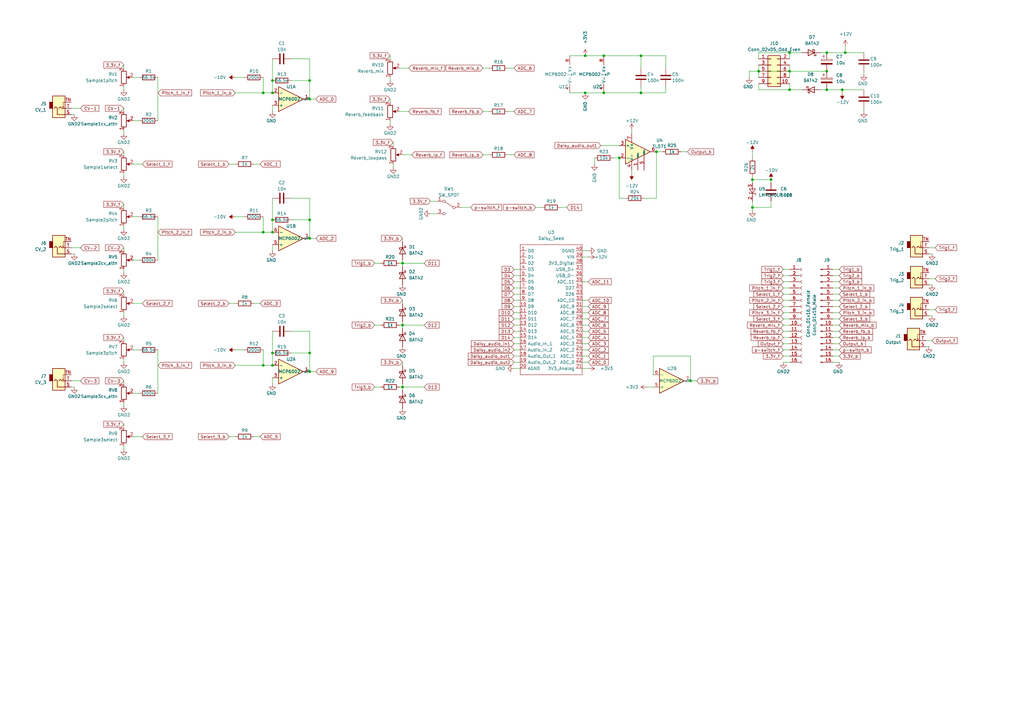
<source format=kicad_sch>
(kicad_sch (version 20211123) (generator eeschema)
  (paper "A3")
  (title_block (title "Euro Tomboi") (rev "1.1") (company "Krakenpine"))
  (junction (at 311.15 29.21))
  (junction (at 127 90.17))
  (junction (at 240.03 38.1))
  (junction (at 308.61 85.09))
  (junction (at 247.65 22.86))
  (junction (at 240.03 22.86))
  (junction (at 127 33.02))
  (junction (at 111.76 33.02))
  (junction (at 254 64.77))
  (junction (at 111.76 149.86))
  (junction (at 165.1 158.75))
  (junction (at 107.95 95.25))
  (junction (at 165.1 133.35))
  (junction (at 127 144.78))
  (junction (at 111.76 95.25))
  (junction (at 262.89 22.86))
  (junction (at 107.95 149.86))
  (junction (at 308.61 73.66))
  (junction (at 127 152.4))
  (junction (at 262.89 38.1))
  (junction (at 111.76 144.78))
  (junction (at 345.44 36.83))
  (junction (at 111.76 90.17))
  (junction (at 323.85 29.21))
  (junction (at 127 40.64))
  (junction (at 165.1 107.95))
  (junction (at 323.85 36.83))
  (junction (at 283.21 156.21))
  (junction (at 316.23 73.66))
  (junction (at 247.65 38.1))
  (junction (at 107.95 38.1))
  (junction (at 127 97.79))
  (junction (at 339.09 36.83))
  (junction (at 111.76 38.1))
  (junction (at 323.85 21.59))
  (junction (at 339.09 21.59))
  (junction (at 339.09 29.21))
  (junction (at 269.24 62.23))
  (junction (at 346.71 21.59))
  (wire (pts (xy 111.76 33.02) (xy 111.76 38.1)))
  (wire (pts (xy 379.73 139.7) (xy 382.27 139.7)))
  (wire (pts (xy 54.61 143.51) (xy 57.15 143.51)))
  (wire (pts (xy 111.76 43.18) (xy 111.76 45.72)))
  (wire (pts (xy 229.87 85.09) (xy 232.41 85.09)))
  (wire (pts (xy 165.1 106.68) (xy 165.1 107.95)))
  (wire (pts (xy 238.76 138.43) (xy 241.3 138.43)))
  (wire (pts (xy 54.61 88.9) (xy 57.15 88.9)))
  (wire (pts (xy 176.53 87.63) (xy 179.07 87.63)))
  (wire (pts (xy 50.8 147.32) (xy 50.8 148.59)))
  (wire (pts (xy 29.21 44.45) (xy 33.02 44.45)))
  (wire (pts (xy 210.82 140.97) (xy 213.36 140.97)))
  (wire (pts (xy 308.61 73.66) (xy 316.23 73.66)))
  (wire (pts (xy 165.1 148.59) (xy 165.1 149.86)))
  (wire (pts (xy 50.8 53.34) (xy 50.8 54.61)))
  (wire (pts (xy 345.44 36.83) (xy 354.33 36.83)))
  (wire (pts (xy 163.83 27.94) (xy 167.64 27.94)))
  (wire (pts (xy 50.8 110.49) (xy 50.8 111.76)))
  (wire (pts (xy 111.76 154.94) (xy 111.76 157.48)))
  (wire (pts (xy 311.15 29.21) (xy 307.34 29.21)))
  (wire (pts (xy 238.76 143.51) (xy 241.3 143.51)))
  (wire (pts (xy 210.82 120.65) (xy 213.36 120.65)))
  (wire (pts (xy 163.83 107.95) (xy 165.1 107.95)))
  (wire (pts (xy 316.23 73.66) (xy 316.23 74.93)))
  (wire (pts (xy 311.15 24.13) (xy 311.15 21.59)))
  (wire (pts (xy 127 40.64) (xy 129.54 40.64)))
  (wire (pts (xy 269.24 62.23) (xy 271.78 62.23)))
  (wire (pts (xy 321.31 113.03) (xy 323.85 113.03)))
  (wire (pts (xy 267.97 146.05) (xy 283.21 146.05)))
  (wire (pts (xy 321.31 146.05) (xy 323.85 146.05)))
  (wire (pts (xy 267.97 153.67) (xy 267.97 146.05)))
  (wire (pts (xy 346.71 21.59) (xy 354.33 21.59)))
  (wire (pts (xy 119.38 81.28) (xy 127 81.28)))
  (wire (pts (xy 29.21 156.21) (xy 33.02 156.21)))
  (wire (pts (xy 64.77 143.51) (xy 64.77 161.29)))
  (wire (pts (xy 160.02 31.75) (xy 160.02 33.02)))
  (wire (pts (xy 311.15 29.21) (xy 323.85 29.21)))
  (wire (pts (xy 50.8 138.43) (xy 50.8 139.7)))
  (wire (pts (xy 210.82 118.11) (xy 213.36 118.11)))
  (wire (pts (xy 127 97.79) (xy 129.54 97.79)))
  (wire (pts (xy 344.17 118.11) (xy 341.63 118.11)))
  (wire (pts (xy 265.43 158.75) (xy 267.97 158.75)))
  (wire (pts (xy 210.82 151.13) (xy 213.36 151.13)))
  (wire (pts (xy 165.1 63.5) (xy 168.91 63.5)))
  (wire (pts (xy 321.31 118.11) (xy 323.85 118.11)))
  (wire (pts (xy 160.02 49.53) (xy 160.02 50.8)))
  (wire (pts (xy 308.61 82.55) (xy 308.61 85.09)))
  (wire (pts (xy 165.1 133.35) (xy 165.1 134.62)))
  (wire (pts (xy 345.44 38.1) (xy 345.44 36.83)))
  (wire (pts (xy 262.89 35.56) (xy 262.89 38.1)))
  (wire (pts (xy 344.17 138.43) (xy 341.63 138.43)))
  (wire (pts (xy 165.1 97.79) (xy 165.1 99.06)))
  (wire (pts (xy 273.05 27.94) (xy 273.05 22.86)))
  (wire (pts (xy 273.05 22.86) (xy 262.89 22.86)))
  (wire (pts (xy 208.28 27.94) (xy 210.82 27.94)))
  (wire (pts (xy 308.61 62.23) (xy 308.61 64.77)))
  (wire (pts (xy 240.03 22.86) (xy 247.65 22.86)))
  (wire (pts (xy 308.61 73.66) (xy 308.61 74.93)))
  (wire (pts (xy 107.95 88.9) (xy 107.95 95.25)))
  (wire (pts (xy 111.76 144.78) (xy 111.76 149.86)))
  (wire (pts (xy 119.38 24.13) (xy 127 24.13)))
  (wire (pts (xy 262.89 22.86) (xy 262.89 27.94)))
  (wire (pts (xy 107.95 31.75) (xy 107.95 38.1)))
  (wire (pts (xy 198.12 63.5) (xy 200.66 63.5)))
  (wire (pts (xy 238.76 105.41) (xy 241.3 105.41)))
  (wire (pts (xy 262.89 38.1) (xy 273.05 38.1)))
  (wire (pts (xy 321.31 110.49) (xy 323.85 110.49)))
  (wire (pts (xy 107.95 38.1) (xy 111.76 38.1)))
  (wire (pts (xy 50.8 83.82) (xy 50.8 85.09)))
  (wire (pts (xy 323.85 29.21) (xy 323.85 31.75)))
  (wire (pts (xy 321.31 135.89) (xy 323.85 135.89)))
  (wire (pts (xy 321.31 138.43) (xy 323.85 138.43)))
  (wire (pts (xy 29.21 104.14) (xy 30.48 104.14)))
  (wire (pts (xy 238.76 128.27) (xy 241.3 128.27)))
  (wire (pts (xy 163.83 158.75) (xy 165.1 158.75)))
  (wire (pts (xy 29.21 46.99) (xy 30.48 46.99)))
  (wire (pts (xy 238.76 151.13) (xy 241.3 151.13)))
  (wire (pts (xy 50.8 35.56) (xy 50.8 36.83)))
  (wire (pts (xy 336.55 21.59) (xy 339.09 21.59)))
  (wire (pts (xy 107.95 95.25) (xy 111.76 95.25)))
  (wire (pts (xy 165.1 158.75) (xy 165.1 160.02)))
  (wire (pts (xy 111.76 100.33) (xy 111.76 102.87)))
  (wire (pts (xy 381 116.84) (xy 382.27 116.84)))
  (wire (pts (xy 50.8 101.6) (xy 50.8 102.87)))
  (wire (pts (xy 29.21 158.75) (xy 30.48 158.75)))
  (wire (pts (xy 344.17 148.59) (xy 341.63 148.59)))
  (wire (pts (xy 311.15 26.67) (xy 311.15 29.21)))
  (wire (pts (xy 210.82 148.59) (xy 213.36 148.59)))
  (wire (pts (xy 283.21 156.21) (xy 285.75 156.21)))
  (wire (pts (xy 321.31 120.65) (xy 323.85 120.65)))
  (wire (pts (xy 321.31 128.27) (xy 323.85 128.27)))
  (wire (pts (xy 321.31 133.35) (xy 323.85 133.35)))
  (wire (pts (xy 127 81.28) (xy 127 90.17)))
  (wire (pts (xy 311.15 36.83) (xy 323.85 36.83)))
  (wire (pts (xy 323.85 21.59) (xy 323.85 24.13)))
  (wire (pts (xy 238.76 115.57) (xy 241.3 115.57)))
  (wire (pts (xy 323.85 29.21) (xy 339.09 29.21)))
  (wire (pts (xy 127 90.17) (xy 127 97.79)))
  (wire (pts (xy 50.8 173.99) (xy 50.8 175.26)))
  (wire (pts (xy 321.31 140.97) (xy 323.85 140.97)))
  (wire (pts (xy 50.8 119.38) (xy 50.8 120.65)))
  (wire (pts (xy 165.1 157.48) (xy 165.1 158.75)))
  (wire (pts (xy 283.21 146.05) (xy 283.21 156.21)))
  (wire (pts (xy 119.38 90.17) (xy 127 90.17)))
  (wire (pts (xy 321.31 115.57) (xy 323.85 115.57)))
  (wire (pts (xy 153.67 107.95) (xy 156.21 107.95)))
  (wire (pts (xy 163.83 45.72) (xy 167.64 45.72)))
  (wire (pts (xy 54.61 31.75) (xy 57.15 31.75)))
  (wire (pts (xy 127 33.02) (xy 127 40.64)))
  (wire (pts (xy 354.33 29.21) (xy 354.33 30.48)))
  (wire (pts (xy 336.55 36.83) (xy 339.09 36.83)))
  (wire (pts (xy 210.82 128.27) (xy 213.36 128.27)))
  (wire (pts (xy 316.23 85.09) (xy 308.61 85.09)))
  (wire (pts (xy 344.17 123.19) (xy 341.63 123.19)))
  (wire (pts (xy 165.1 107.95) (xy 165.1 109.22)))
  (wire (pts (xy 247.65 38.1) (xy 262.89 38.1)))
  (wire (pts (xy 210.82 143.51) (xy 213.36 143.51)))
  (wire (pts (xy 93.98 67.31) (xy 96.52 67.31)))
  (wire (pts (xy 64.77 31.75) (xy 64.77 49.53)))
  (wire (pts (xy 344.17 113.03) (xy 341.63 113.03)))
  (wire (pts (xy 308.61 72.39) (xy 308.61 73.66)))
  (wire (pts (xy 344.17 130.81) (xy 341.63 130.81)))
  (wire (pts (xy 311.15 21.59) (xy 323.85 21.59)))
  (wire (pts (xy 238.76 102.87) (xy 241.3 102.87)))
  (wire (pts (xy 233.68 38.1) (xy 240.03 38.1)))
  (wire (pts (xy 344.17 115.57) (xy 341.63 115.57)))
  (wire (pts (xy 127 144.78) (xy 127 152.4)))
  (wire (pts (xy 238.76 125.73) (xy 241.3 125.73)))
  (wire (pts (xy 339.09 21.59) (xy 346.71 21.59)))
  (wire (pts (xy 198.12 45.72) (xy 200.66 45.72)))
  (wire (pts (xy 50.8 128.27) (xy 50.8 129.54)))
  (wire (pts (xy 323.85 36.83) (xy 328.93 36.83)))
  (wire (pts (xy 119.38 144.78) (xy 127 144.78)))
  (wire (pts (xy 339.09 36.83) (xy 345.44 36.83)))
  (wire (pts (xy 238.76 133.35) (xy 241.3 133.35)))
  (wire (pts (xy 269.24 81.28) (xy 264.16 81.28)))
  (wire (pts (xy 311.15 34.29) (xy 311.15 36.83)))
  (wire (pts (xy 321.31 125.73) (xy 323.85 125.73)))
  (wire (pts (xy 153.67 133.35) (xy 156.21 133.35)))
  (wire (pts (xy 344.17 135.89) (xy 341.63 135.89)))
  (wire (pts (xy 259.08 53.34) (xy 259.08 54.61)))
  (wire (pts (xy 208.28 45.72) (xy 210.82 45.72)))
  (wire (pts (xy 238.76 130.81) (xy 241.3 130.81)))
  (wire (pts (xy 251.46 64.77) (xy 254 64.77)))
  (wire (pts (xy 96.52 31.75) (xy 100.33 31.75)))
  (wire (pts (xy 96.52 88.9) (xy 100.33 88.9)))
  (wire (pts (xy 321.31 148.59) (xy 323.85 148.59)))
  (wire (pts (xy 233.68 22.86) (xy 240.03 22.86)))
  (wire (pts (xy 381 104.14) (xy 382.27 104.14)))
  (wire (pts (xy 307.34 29.21) (xy 307.34 31.75)))
  (wire (pts (xy 210.82 135.89) (xy 213.36 135.89)))
  (wire (pts (xy 346.71 19.05) (xy 346.71 21.59)))
  (wire (pts (xy 323.85 34.29) (xy 323.85 36.83)))
  (wire (pts (xy 344.17 128.27) (xy 341.63 128.27)))
  (wire (pts (xy 54.61 124.46) (xy 58.42 124.46)))
  (wire (pts (xy 111.76 24.13) (xy 111.76 33.02)))
  (wire (pts (xy 119.38 33.02) (xy 127 33.02)))
  (wire (pts (xy 240.03 38.1) (xy 247.65 38.1)))
  (wire (pts (xy 64.77 88.9) (xy 64.77 106.68)))
  (wire (pts (xy 323.85 21.59) (xy 328.93 21.59)))
  (wire (pts (xy 165.1 133.35) (xy 173.99 133.35)))
  (wire (pts (xy 238.76 140.97) (xy 241.3 140.97)))
  (wire (pts (xy 238.76 135.89) (xy 241.3 135.89)))
  (wire (pts (xy 93.98 124.46) (xy 96.52 124.46)))
  (wire (pts (xy 198.12 27.94) (xy 200.66 27.94)))
  (wire (pts (xy 344.17 125.73) (xy 341.63 125.73)))
  (wire (pts (xy 96.52 149.86) (xy 107.95 149.86)))
  (wire (pts (xy 50.8 165.1) (xy 50.8 166.37)))
  (wire (pts (xy 247.65 22.86) (xy 262.89 22.86)))
  (wire (pts (xy 96.52 143.51) (xy 100.33 143.51)))
  (wire (pts (xy 279.4 62.23) (xy 281.94 62.23)))
  (wire (pts (xy 210.82 130.81) (xy 213.36 130.81)))
  (wire (pts (xy 127 24.13) (xy 127 33.02)))
  (wire (pts (xy 161.29 58.42) (xy 161.29 59.69)))
  (wire (pts (xy 344.17 140.97) (xy 341.63 140.97)))
  (wire (pts (xy 111.76 81.28) (xy 111.76 90.17)))
  (wire (pts (xy 238.76 123.19) (xy 241.3 123.19)))
  (wire (pts (xy 50.8 182.88) (xy 50.8 184.15)))
  (wire (pts (xy 311.15 29.21) (xy 311.15 31.75)))
  (wire (pts (xy 344.17 143.51) (xy 341.63 143.51)))
  (wire (pts (xy 246.38 59.69) (xy 254 59.69)))
  (wire (pts (xy 50.8 26.67) (xy 50.8 27.94)))
  (wire (pts (xy 96.52 95.25) (xy 107.95 95.25)))
  (wire (pts (xy 243.84 64.77) (xy 243.84 67.31)))
  (wire (pts (xy 50.8 71.12) (xy 50.8 72.39)))
  (wire (pts (xy 54.61 106.68) (xy 57.15 106.68)))
  (wire (pts (xy 50.8 156.21) (xy 50.8 157.48)))
  (wire (pts (xy 54.61 49.53) (xy 57.15 49.53)))
  (wire (pts (xy 254 64.77) (xy 254 81.28)))
  (wire (pts (xy 176.53 82.55) (xy 179.07 82.55)))
  (wire (pts (xy 54.61 161.29) (xy 57.15 161.29)))
  (wire (pts (xy 219.71 85.09) (xy 222.25 85.09)))
  (wire (pts (xy 54.61 179.07) (xy 58.42 179.07)))
  (wire (pts (xy 104.14 179.07) (xy 106.68 179.07)))
  (wire (pts (xy 321.31 130.81) (xy 323.85 130.81)))
  (wire (pts (xy 210.82 146.05) (xy 213.36 146.05)))
  (wire (pts (xy 210.82 110.49) (xy 213.36 110.49)))
  (wire (pts (xy 341.63 146.05) (xy 344.17 146.05)))
  (wire (pts (xy 160.02 40.64) (xy 160.02 41.91)))
  (wire (pts (xy 50.8 44.45) (xy 50.8 45.72)))
  (wire (pts (xy 344.17 133.35) (xy 341.63 133.35)))
  (wire (pts (xy 29.21 101.6) (xy 33.02 101.6)))
  (wire (pts (xy 165.1 123.19) (xy 165.1 124.46)))
  (wire (pts (xy 153.67 158.75) (xy 156.21 158.75)))
  (wire (pts (xy 208.28 63.5) (xy 210.82 63.5)))
  (wire (pts (xy 210.82 115.57) (xy 213.36 115.57)))
  (wire (pts (xy 54.61 67.31) (xy 58.42 67.31)))
  (wire (pts (xy 210.82 125.73) (xy 213.36 125.73)))
  (wire (pts (xy 238.76 148.59) (xy 241.3 148.59)))
  (wire (pts (xy 381 127) (xy 383.54 127)))
  (wire (pts (xy 273.05 38.1) (xy 273.05 35.56)))
  (wire (pts (xy 210.82 133.35) (xy 213.36 133.35)))
  (wire (pts (xy 111.76 90.17) (xy 111.76 95.25)))
  (wire (pts (xy 381 129.54) (xy 382.27 129.54)))
  (wire (pts (xy 321.31 143.51) (xy 323.85 143.51)))
  (wire (pts (xy 165.1 158.75) (xy 173.99 158.75)))
  (wire (pts (xy 316.23 82.55) (xy 316.23 85.09)))
  (wire (pts (xy 104.14 124.46) (xy 106.68 124.46)))
  (wire (pts (xy 254 81.28) (xy 256.54 81.28)))
  (wire (pts (xy 344.17 110.49) (xy 341.63 110.49)))
  (wire (pts (xy 238.76 146.05) (xy 241.3 146.05)))
  (wire (pts (xy 93.98 179.07) (xy 96.52 179.07)))
  (wire (pts (xy 165.1 107.95) (xy 173.99 107.95)))
  (wire (pts (xy 381 114.3) (xy 383.54 114.3)))
  (wire (pts (xy 323.85 26.67) (xy 323.85 29.21)))
  (wire (pts (xy 50.8 62.23) (xy 50.8 63.5)))
  (wire (pts (xy 165.1 132.08) (xy 165.1 133.35)))
  (wire (pts (xy 161.29 67.31) (xy 161.29 68.58)))
  (wire (pts (xy 269.24 62.23) (xy 269.24 81.28)))
  (wire (pts (xy 127 135.89) (xy 127 144.78)))
  (wire (pts (xy 163.83 133.35) (xy 165.1 133.35)))
  (wire (pts (xy 107.95 143.51) (xy 107.95 149.86)))
  (wire (pts (xy 127 152.4) (xy 129.54 152.4)))
  (wire (pts (xy 160.02 22.86) (xy 160.02 24.13)))
  (wire (pts (xy 189.23 85.09) (xy 193.04 85.09)))
  (wire (pts (xy 96.52 38.1) (xy 107.95 38.1)))
  (wire (pts (xy 50.8 92.71) (xy 50.8 93.98)))
  (wire (pts (xy 308.61 85.09) (xy 308.61 86.36)))
  (wire (pts (xy 379.73 142.24) (xy 381 142.24)))
  (wire (pts (xy 321.31 123.19) (xy 323.85 123.19)))
  (wire (pts (xy 210.82 138.43) (xy 213.36 138.43)))
  (wire (pts (xy 210.82 123.19) (xy 213.36 123.19)))
  (wire (pts (xy 344.17 120.65) (xy 341.63 120.65)))
  (wire (pts (xy 111.76 135.89) (xy 111.76 144.78)))
  (wire (pts (xy 107.95 149.86) (xy 111.76 149.86)))
  (wire (pts (xy 259.08 71.12) (xy 259.08 69.85)))
  (wire (pts (xy 104.14 67.31) (xy 106.68 67.31)))
  (wire (pts (xy 354.33 44.45) (xy 354.33 45.72)))
  (wire (pts (xy 210.82 113.03) (xy 213.36 113.03)))
  (wire (pts (xy 381 101.6) (xy 383.54 101.6)))
  (wire (pts (xy 119.38 135.89) (xy 127 135.89)))
  (global_label "D12" (shape input) (at 173.99 133.35 0) (property "Intersheet References" "${INTERSHEET_REFS}" (effects hide)))
  (global_label "Trig2_b" (shape input) (at 344.17 113.03 0) (property "Intersheet References" "${INTERSHEET_REFS}" (effects hide)))
  (global_label "3.3V_b" (shape input) (at 165.1 97.79 180) (property "Intersheet References" "${INTERSHEET_REFS}" (effects hide)))
  (global_label "p-switch_f" (shape input) (at 321.31 143.51 180) (property "Intersheet References" "${INTERSHEET_REFS}" (effects hide)))
  (global_label "ADC_6" (shape input) (at 241.3 133.35 0) (property "Intersheet References" "${INTERSHEET_REFS}" (effects hide)))
  (global_label "Pitch_2_in_b" (shape input) (at 344.17 123.19 0) (property "Intersheet References" "${INTERSHEET_REFS}" (effects hide)))
  (global_label "Pitch_1_in_f" (shape input) (at 64.77 38.1 0) (property "Intersheet References" "${INTERSHEET_REFS}" (effects hide)))
  (global_label "Select_3_b" (shape input) (at 93.98 179.07 180) (property "Intersheet References" "${INTERSHEET_REFS}" (effects hide)))
  (global_label "Reverb_lp_f" (shape input) (at 321.31 138.43 180) (property "Intersheet References" "${INTERSHEET_REFS}" (effects hide)))
  (global_label "Select_2_b" (shape input) (at 344.17 125.73 0) (property "Intersheet References" "${INTERSHEET_REFS}" (effects hide)))
  (global_label "3.3V_f" (shape input) (at 50.8 62.23 180) (property "Intersheet References" "${INTERSHEET_REFS}" (effects hide)))
  (global_label "D3" (shape input) (at 210.82 110.49 180) (property "Intersheet References" "${INTERSHEET_REFS}" (effects hide)))
  (global_label "Trig2_f" (shape input) (at 383.54 114.3 0) (property "Intersheet References" "${INTERSHEET_REFS}" (effects hide)))
  (global_label "Daisy_audio_out2" (shape input) (at 210.82 148.59 180) (property "Intersheet References" "${INTERSHEET_REFS}" (effects hide)))
  (global_label "Pitch_3_in_b" (shape input) (at 96.52 149.86 180) (property "Intersheet References" "${INTERSHEET_REFS}" (effects hide)))
  (global_label "ADC_7" (shape input) (at 210.82 45.72 0) (property "Intersheet References" "${INTERSHEET_REFS}" (effects hide)))
  (global_label "p-switch_f" (shape input) (at 193.04 85.09 0) (property "Intersheet References" "${INTERSHEET_REFS}" (effects hide)))
  (global_label "ADC_5" (shape input) (at 241.3 135.89 0) (property "Intersheet References" "${INTERSHEET_REFS}" (effects hide)))
  (global_label "Pitch_1_in_b" (shape input) (at 344.17 118.11 0) (property "Intersheet References" "${INTERSHEET_REFS}" (effects hide)))
  (global_label "3.3V_f" (shape input) (at 50.8 26.67 180) (property "Intersheet References" "${INTERSHEET_REFS}" (effects hide)))
  (global_label "Select_2_f" (shape input) (at 58.42 124.46 0) (property "Intersheet References" "${INTERSHEET_REFS}" (effects hide)))
  (global_label "3.3V_f" (shape input) (at 50.8 119.38 180) (property "Intersheet References" "${INTERSHEET_REFS}" (effects hide)))
  (global_label "Reverb_mix_b" (shape input) (at 198.12 27.94 180) (property "Intersheet References" "${INTERSHEET_REFS}" (effects hide)))
  (global_label "Trig3_b" (shape input) (at 344.17 115.57 0) (property "Intersheet References" "${INTERSHEET_REFS}" (effects hide)))
  (global_label "Select_1_b" (shape input) (at 344.17 120.65 0) (property "Intersheet References" "${INTERSHEET_REFS}" (effects hide)))
  (global_label "Select_1_f" (shape input) (at 321.31 120.65 180) (property "Intersheet References" "${INTERSHEET_REFS}" (effects hide)))
  (global_label "Select_1_f" (shape input) (at 58.42 67.31 0) (property "Intersheet References" "${INTERSHEET_REFS}" (effects hide)))
  (global_label "3.3V_f" (shape input) (at 176.53 82.55 180) (property "Intersheet References" "${INTERSHEET_REFS}" (effects hide)))
  (global_label "Daisy_audio_in2" (shape input) (at 210.82 143.51 180) (property "Intersheet References" "${INTERSHEET_REFS}" (effects hide)))
  (global_label "3.3V_f" (shape input) (at 160.02 22.86 180) (property "Intersheet References" "${INTERSHEET_REFS}" (effects hide)))
  (global_label "Pitch_2_in_b" (shape input) (at 96.52 95.25 180) (property "Intersheet References" "${INTERSHEET_REFS}" (effects hide)))
  (global_label "Pitch_3_in_b" (shape input) (at 344.17 128.27 0) (property "Intersheet References" "${INTERSHEET_REFS}" (effects hide)))
  (global_label "ADC_5" (shape input) (at 106.68 179.07 0) (property "Intersheet References" "${INTERSHEET_REFS}" (effects hide)))
  (global_label "Select_3_f" (shape input) (at 321.31 130.81 180) (property "Intersheet References" "${INTERSHEET_REFS}" (effects hide)))
  (global_label "D14" (shape input) (at 232.41 85.09 0) (property "Intersheet References" "${INTERSHEET_REFS}" (effects hide)))
  (global_label "Trig1_f" (shape input) (at 321.31 110.49 180) (property "Intersheet References" "${INTERSHEET_REFS}" (effects hide)))
  (global_label "D13" (shape input) (at 173.99 158.75 0) (property "Intersheet References" "${INTERSHEET_REFS}" (effects hide)))
  (global_label "D8" (shape input) (at 210.82 123.19 180) (property "Intersheet References" "${INTERSHEET_REFS}" (effects hide)))
  (global_label "Output_b" (shape input) (at 344.17 140.97 0) (property "Intersheet References" "${INTERSHEET_REFS}" (effects hide)))
  (global_label "ADC_2" (shape input) (at 129.54 97.79 0) (property "Intersheet References" "${INTERSHEET_REFS}" (effects hide)))
  (global_label "Select_1_b" (shape input) (at 93.98 67.31 180) (property "Intersheet References" "${INTERSHEET_REFS}" (effects hide)))
  (global_label "D14" (shape input) (at 210.82 138.43 180) (property "Intersheet References" "${INTERSHEET_REFS}" (effects hide)))
  (global_label "Trig3_b" (shape input) (at 153.67 158.75 180) (property "Intersheet References" "${INTERSHEET_REFS}" (effects hide)))
  (global_label "3.3V_f" (shape input) (at 160.02 40.64 180) (property "Intersheet References" "${INTERSHEET_REFS}" (effects hide)))
  (global_label "Pitch_1_in_f" (shape input) (at 321.31 118.11 180) (property "Intersheet References" "${INTERSHEET_REFS}" (effects hide)))
  (global_label "Reverb_lp_f" (shape input) (at 168.91 63.5 0) (property "Intersheet References" "${INTERSHEET_REFS}" (effects hide)))
  (global_label "3.3V_f" (shape input) (at 321.31 146.05 180) (property "Intersheet References" "${INTERSHEET_REFS}" (effects hide)))
  (global_label "ADC_2" (shape input) (at 241.3 143.51 0) (property "Intersheet References" "${INTERSHEET_REFS}" (effects hide)))
  (global_label "ADC_11" (shape input) (at 241.3 115.57 0) (property "Intersheet References" "${INTERSHEET_REFS}" (effects hide)))
  (global_label "Reverb_fb_b" (shape input) (at 198.12 45.72 180) (property "Intersheet References" "${INTERSHEET_REFS}" (effects hide)))
  (global_label "ADC_6" (shape input) (at 210.82 27.94 0) (property "Intersheet References" "${INTERSHEET_REFS}" (effects hide)))
  (global_label "Trig3_f" (shape input) (at 321.31 115.57 180) (property "Intersheet References" "${INTERSHEET_REFS}" (effects hide)))
  (global_label "Trig2_b" (shape input) (at 153.67 133.35 180) (property "Intersheet References" "${INTERSHEET_REFS}" (effects hide)))
  (global_label "Reverb_mix_b" (shape input) (at 344.17 133.35 0) (property "Intersheet References" "${INTERSHEET_REFS}" (effects hide)))
  (global_label "CV-2" (shape input) (at 50.8 101.6 180) (property "Intersheet References" "${INTERSHEET_REFS}" (effects hide)))
  (global_label "CV-3" (shape input) (at 33.02 156.21 0) (property "Intersheet References" "${INTERSHEET_REFS}" (effects hide)))
  (global_label "Output_b" (shape input) (at 281.94 62.23 0) (property "Intersheet References" "${INTERSHEET_REFS}" (effects hide)))
  (global_label "Reverb_fb_f" (shape input) (at 167.64 45.72 0) (property "Intersheet References" "${INTERSHEET_REFS}" (effects hide)))
  (global_label "Trig1_b" (shape input) (at 344.17 110.49 0) (property "Intersheet References" "${INTERSHEET_REFS}" (effects hide)))
  (global_label "ADC_8" (shape input) (at 241.3 128.27 0) (property "Intersheet References" "${INTERSHEET_REFS}" (effects hide)))
  (global_label "D10" (shape input) (at 210.82 128.27 180) (property "Intersheet References" "${INTERSHEET_REFS}" (effects hide)))
  (global_label "Reverb_lp_b" (shape input) (at 198.12 63.5 180) (property "Intersheet References" "${INTERSHEET_REFS}" (effects hide)))
  (global_label "Trig1_b" (shape input) (at 153.67 107.95 180) (property "Intersheet References" "${INTERSHEET_REFS}" (effects hide)))
  (global_label "D5" (shape input) (at 210.82 115.57 180) (property "Intersheet References" "${INTERSHEET_REFS}" (effects hide)))
  (global_label "3.3V_f" (shape input) (at 50.8 138.43 180) (property "Intersheet References" "${INTERSHEET_REFS}" (effects hide)))
  (global_label "ADC_3" (shape input) (at 241.3 140.97 0) (property "Intersheet References" "${INTERSHEET_REFS}" (effects hide)))
  (global_label "Reverb_mix_f" (shape input) (at 321.31 133.35 180) (property "Intersheet References" "${INTERSHEET_REFS}" (effects hide)))
  (global_label "ADC_7" (shape input) (at 241.3 130.81 0) (property "Intersheet References" "${INTERSHEET_REFS}" (effects hide)))
  (global_label "D11" (shape input) (at 173.99 107.95 0) (property "Intersheet References" "${INTERSHEET_REFS}" (effects hide)))
  (global_label "D6" (shape input) (at 210.82 118.11 180) (property "Intersheet References" "${INTERSHEET_REFS}" (effects hide)))
  (global_label "D12" (shape input) (at 210.82 133.35 180) (property "Intersheet References" "${INTERSHEET_REFS}" (effects hide)))
  (global_label "ADC_0" (shape input) (at 129.54 40.64 0) (property "Intersheet References" "${INTERSHEET_REFS}" (effects hide)))
  (global_label "Daisy_audio_out1" (shape input) (at 210.82 146.05 180) (property "Intersheet References" "${INTERSHEET_REFS}" (effects hide)))
  (global_label "p-switch_b" (shape input) (at 344.17 143.51 0) (property "Intersheet References" "${INTERSHEET_REFS}" (effects hide)))
  (global_label "3.3V_f" (shape input) (at 50.8 83.82 180) (property "Intersheet References" "${INTERSHEET_REFS}" (effects hide)))
  (global_label "Trig2_f" (shape input) (at 321.31 113.03 180) (property "Intersheet References" "${INTERSHEET_REFS}" (effects hide)))
  (global_label "ADC_9" (shape input) (at 129.54 152.4 0) (property "Intersheet References" "${INTERSHEET_REFS}" (effects hide)))
  (global_label "D4" (shape input) (at 210.82 113.03 180) (property "Intersheet References" "${INTERSHEET_REFS}" (effects hide)))
  (global_label "ADC_10" (shape input) (at 241.3 123.19 0) (property "Intersheet References" "${INTERSHEET_REFS}" (effects hide)))
  (global_label "CV-2" (shape input) (at 33.02 101.6 0) (property "Intersheet References" "${INTERSHEET_REFS}" (effects hide)))
  (global_label "Reverb_fb_b" (shape input) (at 344.17 135.89 0) (property "Intersheet References" "${INTERSHEET_REFS}" (effects hide)))
  (global_label "3.3V_f" (shape input) (at 161.29 58.42 180) (property "Intersheet References" "${INTERSHEET_REFS}" (effects hide)))
  (global_label "Pitch_1_in_b" (shape input) (at 96.52 38.1 180) (property "Intersheet References" "${INTERSHEET_REFS}" (effects hide)))
  (global_label "D11" (shape input) (at 210.82 130.81 180) (property "Intersheet References" "${INTERSHEET_REFS}" (effects hide)))
  (global_label "p-switch_b" (shape input) (at 219.71 85.09 180) (property "Intersheet References" "${INTERSHEET_REFS}" (effects hide)))
  (global_label "3.3V_b" (shape input) (at 285.75 156.21 0) (property "Intersheet References" "${INTERSHEET_REFS}" (effects hide)))
  (global_label "3.3V_b" (shape input) (at 165.1 123.19 180) (property "Intersheet References" "${INTERSHEET_REFS}" (effects hide)))
  (global_label "Pitch_3_in_f" (shape input) (at 321.31 128.27 180) (property "Intersheet References" "${INTERSHEET_REFS}" (effects hide)))
  (global_label "D9" (shape input) (at 210.82 125.73 180) (property "Intersheet References" "${INTERSHEET_REFS}" (effects hide)))
  (global_label "Pitch_2_in_f" (shape input) (at 321.31 123.19 180) (property "Intersheet References" "${INTERSHEET_REFS}" (effects hide)))
  (global_label "Select_2_b" (shape input) (at 93.98 124.46 180) (property "Intersheet References" "${INTERSHEET_REFS}" (effects hide)))
  (global_label "3.3V_b" (shape input) (at 165.1 148.59 180) (property "Intersheet References" "${INTERSHEET_REFS}" (effects hide)))
  (global_label "Daisy_audio_in1" (shape input) (at 210.82 140.97 180) (property "Intersheet References" "${INTERSHEET_REFS}" (effects hide)))
  (global_label "D7" (shape input) (at 210.82 120.65 180) (property "Intersheet References" "${INTERSHEET_REFS}" (effects hide)))
  (global_label "Pitch_2_in_f" (shape input) (at 64.77 95.25 0) (property "Intersheet References" "${INTERSHEET_REFS}" (effects hide)))
  (global_label "ADC_0" (shape input) (at 241.3 148.59 0) (property "Intersheet References" "${INTERSHEET_REFS}" (effects hide)))
  (global_label "Output_f" (shape input) (at 321.31 140.97 180) (property "Intersheet References" "${INTERSHEET_REFS}" (effects hide)))
  (global_label "Reverb_lp_b" (shape input) (at 344.17 138.43 0) (property "Intersheet References" "${INTERSHEET_REFS}" (effects hide)))
  (global_label "CV-3" (shape input) (at 50.8 156.21 180) (property "Intersheet References" "${INTERSHEET_REFS}" (effects hide)))
  (global_label "D13" (shape input) (at 210.82 135.89 180) (property "Intersheet References" "${INTERSHEET_REFS}" (effects hide)))
  (global_label "ADC_8" (shape input) (at 210.82 63.5 0) (property "Intersheet References" "${INTERSHEET_REFS}" (effects hide)))
  (global_label "Trig1_f" (shape input) (at 383.54 101.6 0) (property "Intersheet References" "${INTERSHEET_REFS}" (effects hide)))
  (global_label "ADC_1" (shape input) (at 106.68 67.31 0) (property "Intersheet References" "${INTERSHEET_REFS}" (effects hide)))
  (global_label "Reverb_mix_f" (shape input) (at 167.64 27.94 0) (property "Intersheet References" "${INTERSHEET_REFS}" (effects hide)))
  (global_label "Select_2_f" (shape input) (at 321.31 125.73 180) (property "Intersheet References" "${INTERSHEET_REFS}" (effects hide)))
  (global_label "Pitch_3_in_f" (shape input) (at 64.77 149.86 0) (property "Intersheet References" "${INTERSHEET_REFS}" (effects hide)))
  (global_label "ADC_4" (shape input) (at 241.3 138.43 0) (property "Intersheet References" "${INTERSHEET_REFS}" (effects hide)))
  (global_label "Reverb_fb_f" (shape input) (at 321.31 135.89 180) (property "Intersheet References" "${INTERSHEET_REFS}" (effects hide)))
  (global_label "3.3V_b" (shape input) (at 344.17 146.05 0) (property "Intersheet References" "${INTERSHEET_REFS}" (effects hide)))
  (global_label "Trig3_f" (shape input) (at 383.54 127 0) (property "Intersheet References" "${INTERSHEET_REFS}" (effects hide)))
  (global_label "ADC_3" (shape input) (at 106.68 124.46 0) (property "Intersheet References" "${INTERSHEET_REFS}" (effects hide)))
  (global_label "ADC_1" (shape input) (at 241.3 146.05 0) (property "Intersheet References" "${INTERSHEET_REFS}" (effects hide)))
  (global_label "CV-1" (shape input) (at 50.8 44.45 180) (property "Intersheet References" "${INTERSHEET_REFS}" (effects hide)))
  (global_label "ADC_9" (shape input) (at 241.3 125.73 0) (property "Intersheet References" "${INTERSHEET_REFS}" (effects hide)))
  (global_label "3.3V_f" (shape input) (at 50.8 173.99 180) (property "Intersheet References" "${INTERSHEET_REFS}" (effects hide)))
  (global_label "CV-1" (shape input) (at 33.02 44.45 0) (property "Intersheet References" "${INTERSHEET_REFS}" (effects hide)))
  (global_label "Select_3_f" (shape input) (at 58.42 179.07 0) (property "Intersheet References" "${INTERSHEET_REFS}" (effects hide)))
  (global_label "Select_3_b" (shape input) (at 344.17 130.81 0) (property "Intersheet References" "${INTERSHEET_REFS}" (effects hide)))
  (global_label "Daisy_audio_out1" (shape input) (at 246.38 59.69 180) (property "Intersheet References" "${INTERSHEET_REFS}" (effects hide)))
  (global_label "Output_f" (shape input) (at 382.27 139.7 0) (property "Intersheet References" "${INTERSHEET_REFS}" (effects hide)))
  (symbol (lib_id "Diode:BAT42") (at 165.1 163.83 270) (unit 1)
    (property "Reference" "D6" (at 167.64 162.2424 90) (effects (justify left)))
    (property "Value" "BAT42" (at 167.64 164.7824 90) (effects (justify left)))
    (property "Footprint" "Diode_THT:D_DO-35_SOD27_P7.62mm_Horizontal" (effects hide))
    (property "Datasheet" "http://www.vishay.com/docs/85660/bat42.pdf" (effects hide))
  )
  (symbol (lib_id "Diode:BAT42") (at 165.1 128.27 270) (unit 1)
    (property "Reference" "D3" (at 167.64 126.6824 90) (effects (justify left)))
    (property "Value" "BAT42" (at 167.64 129.2224 90) (effects (justify left)))
    (property "Footprint" "Diode_THT:D_DO-35_SOD27_P7.62mm_Horizontal" (effects hide))
    (property "Datasheet" "http://www.vishay.com/docs/85660/bat42.pdf" (effects hide))
  )
  (symbol (lib_id "power:GND") (at 165.1 116.84 0) (unit 1)
    (property "Reference" "#PWR029" (effects hide))
    (property "Value" "GND" (at 162.56 120.65 0) (effects (justify left)))
  )
  (symbol (lib_id "Amplifier_Operational:MCP6002-xP") (at 231.14 30.48 0) (mirror y) (unit 3)
    (property "Reference" "U1" (at 231.14 35.56 0))
    (property "Value" "MCP6002-xP" (at 229.87 30.48 0))
    (property "Footprint" "Package_DIP:DIP-8_W7.62mm" (effects hide))
    (property "Datasheet" "http://ww1.microchip.com/downloads/en/DeviceDoc/21733j.pdf" (effects hide))
  )
  (symbol (lib_id "Device:C_Polarized") (at 339.09 33.02 0) (unit 1)
    (property "Reference" "C8" (at 342.9 30.8609 0) (effects (justify left)))
    (property "Value" "10u" (at 342.9 33.4009 0) (effects (justify left)))
    (property "Footprint" "Capacitor_THT:CP_Radial_D5.0mm_P2.50mm" (effects hide))
  )
  (symbol (lib_id "Device:R") (at 100.33 124.46 90) (unit 1)
    (property "Reference" "R8" (at 100.33 121.92 90))
    (property "Value" "1k" (at 100.33 124.46 90))
    (property "Footprint" "omat:Omaresistor2" (effects hide))
  )
  (symbol (lib_id "power:GND") (at 354.33 45.72 0) (unit 1)
    (property "Reference" "#PWR045" (effects hide))
    (property "Value" "GND" (at 351.79 49.53 0) (effects (justify left)))
  )
  (symbol (lib_id "Connector:AudioJack2_SwitchT") (at 375.92 114.3 0) (mirror x) (unit 1)
    (property "Reference" "J3" (at 370.84 112.3949 0) (effects (justify right)))
    (property "Value" "Trig_2" (at 370.84 114.9349 0) (effects (justify right)))
    (property "Footprint" "omat:Jack_3.5mm_QingPu_WQP-PJ398SM_Vertical_CircularHoles_mid" (effects hide))
  )
  (symbol (lib_id "power:GND2") (at 50.8 129.54 0) (unit 1)
    (property "Reference" "#PWR013" (effects hide))
    (property "Value" "GND2" (at 50.8 133.35 0))
  )
  (symbol (lib_id "Device:R") (at 104.14 31.75 90) (unit 1)
    (property "Reference" "R10" (at 104.14 29.21 90))
    (property "Value" "200k" (at 104.14 31.75 90))
    (property "Footprint" "omat:Omaresistor2" (effects hide))
  )
  (symbol (lib_id "Amplifier_Operational:MCP6002-xP") (at 119.38 40.64 0) (mirror x) (unit 1)
    (property "Reference" "U1" (at 119.38 35.56 0))
    (property "Value" "MCP6002-xP" (at 120.65 40.64 0))
    (property "Footprint" "Package_DIP:DIP-8_W7.62mm" (effects hide))
    (property "Datasheet" "http://ww1.microchip.com/downloads/en/DeviceDoc/21733j.pdf" (effects hide))
  )
  (symbol (lib_id "Device:R_Potentiometer") (at 161.29 63.5 0) (mirror x) (unit 1)
    (property "Reference" "RV12" (at 158.75 62.2299 0) (effects (justify right)))
    (property "Value" "Reverb_lowpass" (at 158.75 64.7699 0) (effects (justify right)))
    (property "Footprint" "omat:Potentiometer_Alpha_RD901F-40-00D_Single_Vertical_CircularHoles3D" (effects hide))
  )
  (symbol (lib_id "Device:R_Potentiometer") (at 50.8 88.9 0) (mirror x) (unit 1)
    (property "Reference" "RV4" (at 48.26 87.6299 0) (effects (justify right)))
    (property "Value" "Sample2pitch" (at 48.26 90.1699 0) (effects (justify right)))
    (property "Footprint" "omat:Potentiometer_Alpha_RD901F-40-00D_Single_Vertical_CircularHoles3D" (effects hide))
  )
  (symbol (lib_id "Switch:SW_SPDT") (at 184.15 85.09 0) (mirror y) (unit 1)
    (property "Reference" "SW1" (at 184.15 77.47 0))
    (property "Value" "SW_SPDT" (at 184.15 80.01 0))
    (property "Footprint" "omat:submini switch" (effects hide))
  )
  (symbol (lib_id "Device:R_Potentiometer") (at 50.8 161.29 0) (mirror x) (unit 1)
    (property "Reference" "RV8" (at 48.26 160.0199 0) (effects (justify right)))
    (property "Value" "Sample3cv_attn" (at 48.26 162.5599 0) (effects (justify right)))
    (property "Footprint" "omat:Potentiometer_Alpha_RD901F-40-00D_Single_Vertical_CircularHoles3D" (effects hide))
  )
  (symbol (lib_id "Diode:BAT42") (at 165.1 138.43 270) (unit 1)
    (property "Reference" "D4" (at 167.64 136.8424 90) (effects (justify left)))
    (property "Value" "BAT42" (at 167.64 139.3824 90) (effects (justify left)))
    (property "Footprint" "Diode_THT:D_DO-35_SOD27_P7.62mm_Horizontal" (effects hide))
    (property "Datasheet" "http://www.vishay.com/docs/85660/bat42.pdf" (effects hide))
  )
  (symbol (lib_id "Device:R_Potentiometer") (at 50.8 67.31 0) (mirror x) (unit 1)
    (property "Reference" "RV3" (at 48.26 66.0399 0) (effects (justify right)))
    (property "Value" "Sample1select" (at 48.26 68.5799 0) (effects (justify right)))
    (property "Footprint" "omat:Potentiometer_Alpha_RD901F-40-00D_Single_Vertical_CircularHoles3D" (effects hide))
  )
  (symbol (lib_id "power:-10V") (at 316.23 73.66 0) (unit 1)
    (property "Reference" "#PWR041" (effects hide))
    (property "Value" "-10V" (at 313.69 69.85 0) (effects (justify left)))
  )
  (symbol (lib_id "Device:R_Potentiometer") (at 50.8 106.68 0) (mirror x) (unit 1)
    (property "Reference" "RV5" (at 48.26 105.4099 0) (effects (justify right)))
    (property "Value" "Sample2cv_attn" (at 48.26 107.9499 0) (effects (justify right)))
    (property "Footprint" "omat:Potentiometer_Alpha_RD901F-40-00D_Single_Vertical_CircularHoles3D" (effects hide))
  )
  (symbol (lib_id "Connector_Generic:Conn_02x05_Odd_Even") (at 316.23 29.21 0) (unit 1)
    (property "Reference" "J10" (at 317.5 17.78 0))
    (property "Value" "Conn_02x05_Odd_Even" (at 317.5 20.32 0))
    (property "Footprint" "Connector_PinHeader_2.54mm:PinHeader_2x05_P2.54mm_Vertical" (effects hide))
  )
  (symbol (lib_id "power:-12V") (at 345.44 38.1 180) (unit 1)
    (property "Reference" "#PWR042" (effects hide))
    (property "Value" "-12V" (at 342.9 41.91 0) (effects (justify right)))
  )
  (symbol (lib_id "Device:R") (at 100.33 67.31 90) (unit 1)
    (property "Reference" "R7" (at 100.33 64.77 90))
    (property "Value" "1k" (at 100.33 67.31 90))
    (property "Footprint" "omat:Omaresistor2" (effects hide))
  )
  (symbol (lib_id "Device:C") (at 262.89 31.75 0) (unit 1)
    (property "Reference" "C4" (at 265.43 30.48 0) (effects (justify left)))
    (property "Value" "100n" (at 265.43 33.02 0) (effects (justify left)))
    (property "Footprint" "Capacitor_THT:C_Disc_D5.0mm_W2.5mm_P5.00mm" (effects hide))
  )
  (symbol (lib_id "Connector:AudioJack2_SwitchT") (at 375.92 127 0) (mirror x) (unit 1)
    (property "Reference" "J4" (at 370.84 125.0949 0) (effects (justify right)))
    (property "Value" "Trig_3" (at 370.84 127.6349 0) (effects (justify right)))
    (property "Footprint" "omat:Jack_3.5mm_QingPu_WQP-PJ398SM_Vertical_CircularHoles_mid" (effects hide))
  )
  (symbol (lib_id "Device:R") (at 115.57 90.17 90) (unit 1)
    (property "Reference" "R14" (at 115.57 87.63 90))
    (property "Value" "66.5k" (at 115.57 90.17 90))
    (property "Footprint" "omat:Omaresistor2" (effects hide))
  )
  (symbol (lib_id "Connector:AudioJack2_SwitchT") (at 374.65 139.7 0) (mirror x) (unit 1)
    (property "Reference" "J1" (at 369.57 137.7949 0) (effects (justify right)))
    (property "Value" "Output" (at 369.57 140.3349 0) (effects (justify right)))
    (property "Footprint" "omat:Jack_3.5mm_QingPu_WQP-PJ398SM_Vertical_CircularHoles_mid" (effects hide))
  )
  (symbol (lib_id "power:GND2") (at 30.48 46.99 0) (unit 1)
    (property "Reference" "#PWR05" (effects hide))
    (property "Value" "GND2" (at 30.48 50.8 0))
  )
  (symbol (lib_id "Device:R") (at 160.02 107.95 90) (unit 1)
    (property "Reference" "R20" (at 160.02 105.41 90))
    (property "Value" "1k" (at 160.02 107.95 90))
    (property "Footprint" "omat:Omaresistor2" (effects hide))
  )
  (symbol (lib_id "power:GND2") (at 160.02 50.8 0) (unit 1)
    (property "Reference" "#PWR0102" (effects hide))
    (property "Value" "GND2" (at 160.02 54.61 0))
  )
  (symbol (lib_id "Amplifier_Operational:MCP6002-xP") (at 275.59 156.21 0) (mirror x) (unit 2)
    (property "Reference" "U2" (at 275.59 151.13 0))
    (property "Value" "MCP6002-xP" (at 276.86 156.21 0))
    (property "Footprint" "Package_DIP:DIP-8_W7.62mm" (effects hide))
    (property "Datasheet" "http://ww1.microchip.com/downloads/en/DeviceDoc/21733j.pdf" (effects hide))
  )
  (symbol (lib_id "Device:R") (at 115.57 33.02 90) (unit 1)
    (property "Reference" "R13" (at 115.57 30.48 90))
    (property "Value" "66.5k" (at 115.57 33.02 90))
    (property "Footprint" "omat:Omaresistor2" (effects hide))
  )
  (symbol (lib_id "Device:R") (at 226.06 85.09 90) (unit 1)
    (property "Reference" "R19" (at 226.06 82.55 90))
    (property "Value" "1k" (at 226.06 85.09 90))
    (property "Footprint" "omat:Omaresistor2" (effects hide))
  )
  (symbol (lib_id "power:GND") (at 307.34 31.75 0) (unit 1)
    (property "Reference" "#PWR038" (effects hide))
    (property "Value" "GND" (at 304.8 35.56 0) (effects (justify left)))
  )
  (symbol (lib_id "power:GND2") (at 382.27 104.14 0) (unit 1)
    (property "Reference" "#PWR02" (effects hide))
    (property "Value" "GND2" (at 382.27 107.95 0))
  )
  (symbol (lib_id "power:GND2") (at 381 142.24 0) (unit 1)
    (property "Reference" "#PWR01" (effects hide))
    (property "Value" "GND2" (at 381 146.05 0))
  )
  (symbol (lib_id "power:GND") (at 354.33 30.48 0) (unit 1)
    (property "Reference" "#PWR044" (effects hide))
    (property "Value" "GND" (at 351.79 34.29 0) (effects (justify left)))
  )
  (symbol (lib_id "power:GND") (at 165.1 167.64 0) (unit 1)
    (property "Reference" "#PWR031" (effects hide))
    (property "Value" "GND" (at 162.56 171.45 0) (effects (justify left)))
  )
  (symbol (lib_id "power:-12V") (at 308.61 62.23 0) (unit 1)
    (property "Reference" "#PWR039" (effects hide))
    (property "Value" "-12V" (at 311.15 58.42 0) (effects (justify right)))
  )
  (symbol (lib_id "Reference_Voltage:LM4040LP-10") (at 308.61 78.74 270) (unit 1)
    (property "Reference" "U5" (at 311.15 77.4699 90) (effects (justify left)))
    (property "Value" "LM4040LP-10" (at 311.15 80.0099 90) (effects (justify left)))
    (property "Footprint" "Package_TO_SOT_THT:TO-92_Inline_Wide" (effects hide))
    (property "Datasheet" "http://www.ti.com/lit/ds/symlink/lm4040-n.pdf" (effects hide))
  )
  (symbol (lib_id "Connector:AudioJack2_SwitchT") (at 375.92 101.6 0) (mirror x) (unit 1)
    (property "Reference" "J2" (at 370.84 99.6949 0) (effects (justify right)))
    (property "Value" "Trig_1" (at 370.84 102.2349 0) (effects (justify right)))
    (property "Footprint" "omat:Jack_3.5mm_QingPu_WQP-PJ398SM_Vertical_CircularHoles_mid" (effects hide))
  )
  (symbol (lib_id "Diode:BAT42") (at 165.1 102.87 270) (unit 1)
    (property "Reference" "D1" (at 167.64 101.2824 90) (effects (justify left)))
    (property "Value" "BAT42" (at 167.64 103.8224 90) (effects (justify left)))
    (property "Footprint" "Diode_THT:D_DO-35_SOD27_P7.62mm_Horizontal" (effects hide))
    (property "Datasheet" "http://www.vishay.com/docs/85660/bat42.pdf" (effects hide))
  )
  (symbol (lib_id "power:GND") (at 308.61 86.36 0) (unit 1)
    (property "Reference" "#PWR040" (effects hide))
    (property "Value" "GND" (at 306.07 90.17 0) (effects (justify left)))
  )
  (symbol (lib_id "power:GND2") (at 382.27 129.54 0) (unit 1)
    (property "Reference" "#PWR04" (effects hide))
    (property "Value" "GND2" (at 382.27 133.35 0))
  )
  (symbol (lib_id "Diode:BAT42") (at 165.1 153.67 270) (unit 1)
    (property "Reference" "D5" (at 167.64 152.0824 90) (effects (justify left)))
    (property "Value" "BAT42" (at 167.64 154.6224 90) (effects (justify left)))
    (property "Footprint" "Diode_THT:D_DO-35_SOD27_P7.62mm_Horizontal" (effects hide))
    (property "Datasheet" "http://www.vishay.com/docs/85660/bat42.pdf" (effects hide))
  )
  (symbol (lib_id "Diode:BAT42") (at 165.1 113.03 270) (unit 1)
    (property "Reference" "D2" (at 167.64 111.4424 90) (effects (justify left)))
    (property "Value" "BAT42" (at 167.64 113.9824 90) (effects (justify left)))
    (property "Footprint" "Diode_THT:D_DO-35_SOD27_P7.62mm_Horizontal" (effects hide))
    (property "Datasheet" "http://www.vishay.com/docs/85660/bat42.pdf" (effects hide))
  )
  (symbol (lib_id "Amplifier_Operational:MCP6002-xP") (at 119.38 152.4 0) (mirror x) (unit 1)
    (property "Reference" "U2" (at 119.38 147.32 0))
    (property "Value" "MCP6002-xP" (at 120.65 152.4 0))
    (property "Footprint" "Package_DIP:DIP-8_W7.62mm" (effects hide))
    (property "Datasheet" "http://ww1.microchip.com/downloads/en/DeviceDoc/21733j.pdf" (effects hide))
  )
  (symbol (lib_id "omat:Daisy_Seed") (at 226.06 100.33 0) (unit 1)
    (property "Reference" "U3" (at 226.06 95.25 0))
    (property "Value" "Daisy_Seed" (at 226.06 97.79 0))
    (property "Footprint" "omat:Daisy Seed" (effects hide))
  )
  (symbol (lib_id "power:GND") (at 165.1 142.24 0) (unit 1)
    (property "Reference" "#PWR030" (effects hide))
    (property "Value" "GND" (at 162.56 146.05 0) (effects (justify left)))
  )
  (symbol (lib_id "power:GND") (at 210.82 151.13 270) (unit 1)
    (property "Reference" "#PWR023" (effects hide))
    (property "Value" "GND" (at 203.2 151.13 90) (effects (justify left)))
  )
  (symbol (lib_id "Device:C") (at 354.33 40.64 0) (unit 1)
    (property "Reference" "C10" (at 356.87 39.37 0) (effects (justify left)))
    (property "Value" "100n" (at 356.87 41.91 0) (effects (justify left)))
    (property "Footprint" "Capacitor_THT:C_Disc_D5.0mm_W2.5mm_P5.00mm" (effects hide))
  )
  (symbol (lib_id "Device:R_Potentiometer") (at 50.8 49.53 0) (mirror x) (unit 1)
    (property "Reference" "RV2" (at 48.26 48.2599 0) (effects (justify right)))
    (property "Value" "Sample1cv_attn" (at 48.26 50.7999 0) (effects (justify right)))
    (property "Footprint" "omat:Potentiometer_Alpha_RD901F-40-00D_Single_Vertical_CircularHoles3D" (effects hide))
  )
  (symbol (lib_id "Device:R") (at 308.61 68.58 180) (unit 1)
    (property "Reference" "R26" (at 306.07 68.58 90))
    (property "Value" "2k" (at 308.61 68.58 90))
    (property "Footprint" "omat:Omaresistor2" (effects hide))
  )
  (symbol (lib_id "Device:C") (at 273.05 31.75 0) (unit 1)
    (property "Reference" "C5" (at 275.59 30.48 0) (effects (justify left)))
    (property "Value" "100n" (at 275.59 33.02 0) (effects (justify left)))
    (property "Footprint" "Capacitor_THT:C_Disc_D5.0mm_W2.5mm_P5.00mm" (effects hide))
  )
  (symbol (lib_id "power:GND") (at 111.76 102.87 0) (unit 1)
    (property "Reference" "#PWR021" (effects hide))
    (property "Value" "GND" (at 109.22 106.68 0) (effects (justify left)))
  )
  (symbol (lib_id "Device:R") (at 247.65 64.77 90) (unit 1)
    (property "Reference" "R23" (at 247.65 62.23 90))
    (property "Value" "10k" (at 247.65 64.77 90))
    (property "Footprint" "omat:Omaresistor2" (effects hide))
  )
  (symbol (lib_id "power:GND2") (at 50.8 148.59 0) (unit 1)
    (property "Reference" "#PWR014" (effects hide))
    (property "Value" "GND2" (at 50.8 152.4 0))
  )
  (symbol (lib_id "Diode:BAT42") (at 332.74 36.83 0) (unit 1)
    (property "Reference" "D8" (at 332.4225 30.48 0))
    (property "Value" "BAT42" (at 332.4225 33.02 0))
    (property "Footprint" "Diode_THT:D_DO-35_SOD27_P7.62mm_Horizontal" (effects hide))
    (property "Datasheet" "http://www.vishay.com/docs/85660/bat42.pdf" (effects hide))
  )
  (symbol (lib_id "Device:C") (at 115.57 24.13 90) (unit 1)
    (property "Reference" "C1" (at 115.57 17.78 90))
    (property "Value" "10n" (at 115.57 20.32 90))
    (property "Footprint" "Capacitor_THT:C_Disc_D5.0mm_W2.5mm_P5.00mm" (effects hide))
  )
  (symbol (lib_id "Device:C") (at 115.57 81.28 90) (unit 1)
    (property "Reference" "C2" (at 115.57 74.93 90))
    (property "Value" "10n" (at 115.57 77.47 90))
    (property "Footprint" "Capacitor_THT:C_Disc_D5.0mm_W2.5mm_P5.00mm" (effects hide))
  )
  (symbol (lib_id "power:+3.3V") (at 240.03 22.86 0) (unit 1)
    (property "Reference" "#PWR032" (effects hide))
    (property "Value" "+3.3V" (at 240.03 12.7 90) (effects (justify right)))
  )
  (symbol (lib_id "Device:R") (at 204.47 27.94 90) (unit 1)
    (property "Reference" "R16" (at 204.47 25.4 90))
    (property "Value" "1k" (at 204.47 27.94 90))
    (property "Footprint" "omat:Omaresistor2" (effects hide))
  )
  (symbol (lib_id "power:GND2") (at 176.53 87.63 270) (unit 1)
    (property "Reference" "#PWR027" (effects hide))
    (property "Value" "GND2" (at 172.72 87.63 0))
  )
  (symbol (lib_id "Amplifier_Operational:MCP6002-xP") (at 119.38 97.79 0) (mirror x) (unit 2)
    (property "Reference" "U1" (at 119.38 92.71 0))
    (property "Value" "MCP6002-xP" (at 120.65 97.79 0))
    (property "Footprint" "Package_DIP:DIP-8_W7.62mm" (effects hide))
    (property "Datasheet" "http://ww1.microchip.com/downloads/en/DeviceDoc/21733j.pdf" (effects hide))
  )
  (symbol (lib_id "power:GND2") (at 160.02 33.02 0) (unit 1)
    (property "Reference" "#PWR0101" (effects hide))
    (property "Value" "GND2" (at 160.02 36.83 0))
  )
  (symbol (lib_id "Device:C_Polarized") (at 339.09 25.4 0) (unit 1)
    (property "Reference" "C7" (at 342.9 23.2409 0) (effects (justify left)))
    (property "Value" "10u" (at 342.9 25.7809 0) (effects (justify left)))
    (property "Footprint" "Capacitor_THT:CP_Radial_D5.0mm_P2.50mm" (effects hide))
  )
  (symbol (lib_id "power:-10V") (at 96.52 143.51 90) (unit 1)
    (property "Reference" "#PWR019" (effects hide))
    (property "Value" "-10V" (at 92.71 143.5099 90) (effects (justify left)))
  )
  (symbol (lib_id "Connector:Conn_01x16_Female") (at 328.93 128.27 0) (unit 1)
    (property "Reference" "J8" (at 326.39 106.68 0) (effects (justify left)))
    (property "Value" "Conn_01x16_Female" (at 331.47 138.43 90) (effects (justify left)))
    (property "Footprint" "Connector_PinSocket_2.54mm:PinSocket_1x16_P2.54mm_Vertical" (effects hide))
  )
  (symbol (lib_id "Device:R") (at 275.59 62.23 90) (unit 1)
    (property "Reference" "R25" (at 275.59 59.69 90))
    (property "Value" "1k" (at 275.59 62.23 90))
    (property "Footprint" "omat:Omaresistor2" (effects hide))
  )
  (symbol (lib_id "Connector:AudioJack2_SwitchT") (at 24.13 156.21 0) (mirror x) (unit 1)
    (property "Reference" "J7" (at 19.05 154.3049 0) (effects (justify right)))
    (property "Value" "CV_3" (at 19.05 156.8449 0) (effects (justify right)))
    (property "Footprint" "omat:Jack_3.5mm_QingPu_WQP-PJ398SM_Vertical_CircularHoles_mid" (effects hide))
  )
  (symbol (lib_id "Amplifier_Operational:MCP6002-xP") (at 245.11 30.48 0) (mirror y) (unit 3)
    (property "Reference" "U2" (at 245.11 35.56 0))
    (property "Value" "MCP6002-xP" (at 243.84 30.48 0))
    (property "Footprint" "Package_DIP:DIP-8_W7.62mm" (effects hide))
    (property "Datasheet" "http://ww1.microchip.com/downloads/en/DeviceDoc/21733j.pdf" (effects hide))
  )
  (symbol (lib_id "power:GND2") (at 50.8 36.83 0) (unit 1)
    (property "Reference" "#PWR08" (effects hide))
    (property "Value" "GND2" (at 50.8 40.64 0))
  )
  (symbol (lib_id "Device:R") (at 160.02 158.75 90) (unit 1)
    (property "Reference" "R22" (at 160.02 156.21 90))
    (property "Value" "1k" (at 160.02 158.75 90))
    (property "Footprint" "omat:Omaresistor2" (effects hide))
  )
  (symbol (lib_id "power:-12V") (at 259.08 71.12 180) (unit 1)
    (property "Reference" "#PWR036" (effects hide))
    (property "Value" "-12V" (at 259.08 76.2 0))
  )
  (symbol (lib_id "power:+3.3V") (at 241.3 151.13 270) (unit 1)
    (property "Reference" "#PWR026" (effects hide))
    (property "Value" "+3.3V" (at 251.46 151.13 90) (effects (justify right)))
  )
  (symbol (lib_id "Device:R") (at 260.35 81.28 90) (unit 1)
    (property "Reference" "R24" (at 260.35 78.74 90))
    (property "Value" "20k" (at 260.35 81.28 90))
    (property "Footprint" "omat:Omaresistor2" (effects hide))
  )
  (symbol (lib_id "Device:R") (at 160.02 133.35 90) (unit 1)
    (property "Reference" "R21" (at 160.02 130.81 90))
    (property "Value" "1k" (at 160.02 133.35 90))
    (property "Footprint" "omat:Omaresistor2" (effects hide))
  )
  (symbol (lib_id "Device:R_Potentiometer") (at 50.8 143.51 0) (mirror x) (unit 1)
    (property "Reference" "RV7" (at 48.26 142.2399 0) (effects (justify right)))
    (property "Value" "Sample3pitch" (at 48.26 144.7799 0) (effects (justify right)))
    (property "Footprint" "omat:Potentiometer_Alpha_RD901F-40-00D_Single_Vertical_CircularHoles3D" (effects hide))
  )
  (symbol (lib_id "Diode:BAT42") (at 332.74 21.59 180) (unit 1)
    (property "Reference" "D7" (at 333.0575 15.24 0))
    (property "Value" "BAT42" (at 333.0575 17.78 0))
    (property "Footprint" "Diode_THT:D_DO-35_SOD27_P7.62mm_Horizontal" (effects hide))
    (property "Datasheet" "http://www.vishay.com/docs/85660/bat42.pdf" (effects hide))
  )
  (symbol (lib_id "power:GND2") (at 382.27 116.84 0) (unit 1)
    (property "Reference" "#PWR03" (effects hide))
    (property "Value" "GND2" (at 382.27 120.65 0))
  )
  (symbol (lib_id "power:GND") (at 344.17 148.59 0) (unit 1)
    (property "Reference" "#PWR0104" (effects hide))
    (property "Value" "GND" (at 341.63 152.4 0) (effects (justify left)))
  )
  (symbol (lib_id "Device:R_Potentiometer") (at 160.02 27.94 0) (mirror x) (unit 1)
    (property "Reference" "RV10" (at 157.48 26.6699 0) (effects (justify right)))
    (property "Value" "Reverb_mix" (at 157.48 29.2099 0) (effects (justify right)))
    (property "Footprint" "omat:Potentiometer_Alpha_RD901F-40-00D_Single_Vertical_CircularHoles3D" (effects hide))
  )
  (symbol (lib_id "Device:R") (at 60.96 88.9 90) (unit 1)
    (property "Reference" "R3" (at 60.96 86.36 90))
    (property "Value" "66.5k" (at 60.96 88.9 90))
    (property "Footprint" "omat:Omaresistor2" (effects hide))
  )
  (symbol (lib_id "power:-10V") (at 96.52 31.75 90) (unit 1)
    (property "Reference" "#PWR017" (effects hide))
    (property "Value" "-10V" (at 92.71 31.7499 90) (effects (justify left)))
  )
  (symbol (lib_id "power:+12V") (at 346.71 19.05 0) (unit 1)
    (property "Reference" "#PWR043" (effects hide))
    (property "Value" "+12V" (at 344.17 13.97 0) (effects (justify left)))
  )
  (symbol (lib_id "power:GND2") (at 321.31 148.59 0) (unit 1)
    (property "Reference" "#PWR028" (effects hide))
    (property "Value" "GND2" (at 321.31 152.4 0))
  )
  (symbol (lib_id "Device:C") (at 354.33 25.4 0) (unit 1)
    (property "Reference" "C9" (at 356.87 24.13 0) (effects (justify left)))
    (property "Value" "100n" (at 356.87 26.67 0) (effects (justify left)))
    (property "Footprint" "Capacitor_THT:C_Disc_D5.0mm_W2.5mm_P5.00mm" (effects hide))
  )
  (symbol (lib_id "Connector:AudioJack2_SwitchT") (at 24.13 101.6 0) (mirror x) (unit 1)
    (property "Reference" "J6" (at 19.05 99.6949 0) (effects (justify right)))
    (property "Value" "CV_2" (at 19.05 102.2349 0) (effects (justify right)))
    (property "Footprint" "omat:Jack_3.5mm_QingPu_WQP-PJ398SM_Vertical_CircularHoles_mid" (effects hide))
  )
  (symbol (lib_id "Device:R") (at 60.96 106.68 90) (unit 1)
    (property "Reference" "R4" (at 60.96 104.14 90))
    (property "Value" "200k" (at 60.96 106.68 90))
    (property "Footprint" "omat:Omaresistor2" (effects hide))
  )
  (symbol (lib_id "power:+3.3V") (at 265.43 158.75 90) (unit 1)
    (property "Reference" "#PWR037" (effects hide))
    (property "Value" "+3.3V" (at 256.54 158.75 90) (effects (justify right)))
  )
  (symbol (lib_id "Device:R") (at 60.96 31.75 90) (unit 1)
    (property "Reference" "R1" (at 60.96 29.21 90))
    (property "Value" "66.5k" (at 60.96 31.75 90))
    (property "Footprint" "omat:Omaresistor2" (effects hide))
  )
  (symbol (lib_id "power:-10V") (at 96.52 88.9 90) (unit 1)
    (property "Reference" "#PWR018" (effects hide))
    (property "Value" "-10V" (at 92.71 88.8999 90) (effects (justify left)))
  )
  (symbol (lib_id "power:+12V") (at 259.08 53.34 0) (unit 1)
    (property "Reference" "#PWR035" (effects hide))
    (property "Value" "+12V" (at 256.54 49.53 0) (effects (justify left)))
  )
  (symbol (lib_id "Device:R") (at 60.96 161.29 90) (unit 1)
    (property "Reference" "R6" (at 60.96 158.75 90))
    (property "Value" "200k" (at 60.96 161.29 90))
    (property "Footprint" "omat:Omaresistor2" (effects hide))
  )
  (symbol (lib_id "power:GND") (at 243.84 67.31 0) (unit 1)
    (property "Reference" "#PWR034" (effects hide))
    (property "Value" "GND" (at 243.84 74.93 90) (effects (justify left)))
  )
  (symbol (lib_id "power:GND2") (at 50.8 166.37 0) (unit 1)
    (property "Reference" "#PWR015" (effects hide))
    (property "Value" "GND2" (at 50.8 170.18 0))
  )
  (symbol (lib_id "power:GND2") (at 30.48 104.14 0) (unit 1)
    (property "Reference" "#PWR06" (effects hide))
    (property "Value" "GND2" (at 30.48 107.95 0))
  )
  (symbol (lib_id "Device:R") (at 104.14 143.51 90) (unit 1)
    (property "Reference" "R12" (at 104.14 140.97 90))
    (property "Value" "200k" (at 104.14 143.51 90))
    (property "Footprint" "omat:Omaresistor2" (effects hide))
  )
  (symbol (lib_id "Device:R_Potentiometer") (at 50.8 179.07 0) (mirror x) (unit 1)
    (property "Reference" "RV9" (at 48.26 177.7999 0) (effects (justify right)))
    (property "Value" "Sample3select" (at 48.26 180.3399 0) (effects (justify right)))
    (property "Footprint" "omat:Potentiometer_Alpha_RD901F-40-00D_Single_Vertical_CircularHoles3D" (effects hide))
  )
  (symbol (lib_id "power:GND2") (at 50.8 72.39 0) (unit 1)
    (property "Reference" "#PWR010" (effects hide))
    (property "Value" "GND2" (at 50.8 76.2 0))
  )
  (symbol (lib_id "power:GND") (at 241.3 102.87 90) (unit 1)
    (property "Reference" "#PWR024" (effects hide))
    (property "Value" "GND" (at 248.92 102.87 90) (effects (justify left)))
  )
  (symbol (lib_id "power:GND2") (at 50.8 111.76 0) (unit 1)
    (property "Reference" "#PWR012" (effects hide))
    (property "Value" "GND2" (at 50.8 115.57 0))
  )
  (symbol (lib_id "power:GND2") (at 50.8 54.61 0) (unit 1)
    (property "Reference" "#PWR09" (effects hide))
    (property "Value" "GND2" (at 50.8 58.42 0))
  )
  (symbol (lib_id "power:GND") (at 111.76 45.72 0) (unit 1)
    (property "Reference" "#PWR020" (effects hide))
    (property "Value" "GND" (at 109.22 49.53 0) (effects (justify left)))
  )
  (symbol (lib_id "power:GND2") (at 50.8 184.15 0) (unit 1)
    (property "Reference" "#PWR016" (effects hide))
    (property "Value" "GND2" (at 50.8 187.96 0))
  )
  (symbol (lib_id "Device:C") (at 115.57 135.89 90) (unit 1)
    (property "Reference" "C3" (at 115.57 129.54 90))
    (property "Value" "10n" (at 115.57 132.08 90))
    (property "Footprint" "Capacitor_THT:C_Disc_D5.0mm_W2.5mm_P5.00mm" (effects hide))
  )
  (symbol (lib_id "Connector:Conn_01x16_Male") (at 336.55 128.27 0) (unit 1)
    (property "Reference" "J9" (at 340.36 106.68 0) (effects (justify right)))
    (property "Value" "Conn_01x16_Male" (at 334.01 120.65 90) (effects (justify right)))
    (property "Footprint" "Connector_PinHeader_2.54mm:PinHeader_1x16_P2.54mm_Vertical" (effects hide))
  )
  (symbol (lib_id "Device:R") (at 204.47 63.5 90) (unit 1)
    (property "Reference" "R18" (at 204.47 60.96 90))
    (property "Value" "1k" (at 204.47 63.5 90))
    (property "Footprint" "omat:Omaresistor2" (effects hide))
  )
  (symbol (lib_id "power:GND") (at 240.03 38.1 0) (unit 1)
    (property "Reference" "#PWR033" (effects hide))
    (property "Value" "GND" (at 240.03 45.72 90) (effects (justify left)))
  )
  (symbol (lib_id "Device:R") (at 204.47 45.72 90) (unit 1)
    (property "Reference" "R17" (at 204.47 43.18 90))
    (property "Value" "1k" (at 204.47 45.72 90))
    (property "Footprint" "omat:Omaresistor2" (effects hide))
  )
  (symbol (lib_id "Device:R") (at 60.96 49.53 90) (unit 1)
    (property "Reference" "R2" (at 60.96 46.99 90))
    (property "Value" "200k" (at 60.96 49.53 90))
    (property "Footprint" "omat:Omaresistor2" (effects hide))
  )
  (symbol (lib_id "Device:R") (at 104.14 88.9 90) (unit 1)
    (property "Reference" "R11" (at 104.14 86.36 90))
    (property "Value" "200k" (at 104.14 88.9 90))
    (property "Footprint" "omat:Omaresistor2" (effects hide))
  )
  (symbol (lib_id "Amplifier_Operational:TL071") (at 261.62 62.23 0) (unit 1)
    (property "Reference" "U4" (at 270.51 57.531 0))
    (property "Value" "TL071" (at 270.51 60.071 0))
    (property "Footprint" "Package_DIP:DIP-8_W7.62mm" (effects hide))
    (property "Datasheet" "http://www.ti.com/lit/ds/symlink/tl071.pdf" (effects hide))
  )
  (symbol (lib_id "Device:R_Potentiometer") (at 50.8 31.75 0) (mirror x) (unit 1)
    (property "Reference" "RV1" (at 48.26 30.4799 0) (effects (justify right)))
    (property "Value" "Sample1pitch" (at 48.26 33.0199 0) (effects (justify right)))
    (property "Footprint" "omat:Potentiometer_Alpha_RD901F-40-00D_Single_Vertical_CircularHoles3D" (effects hide))
  )
  (symbol (lib_id "Device:C") (at 316.23 78.74 0) (unit 1)
    (property "Reference" "C6" (at 320.04 77.4699 0) (effects (justify left)))
    (property "Value" "100n" (at 320.04 80.0099 0) (effects (justify left)))
    (property "Footprint" "Capacitor_THT:C_Disc_D5.0mm_W2.5mm_P5.00mm" (effects hide))
  )
  (symbol (lib_id "Device:R") (at 60.96 143.51 90) (unit 1)
    (property "Reference" "R5" (at 60.96 140.97 90))
    (property "Value" "66.5k" (at 60.96 143.51 90))
    (property "Footprint" "omat:Omaresistor2" (effects hide))
  )
  (symbol (lib_id "Device:R") (at 115.57 144.78 90) (unit 1)
    (property "Reference" "R15" (at 115.57 142.24 90))
    (property "Value" "66.5k" (at 115.57 144.78 90))
    (property "Footprint" "omat:Omaresistor2" (effects hide))
  )
  (symbol (lib_id "Device:R_Potentiometer") (at 160.02 45.72 0) (mirror x) (unit 1)
    (property "Reference" "RV11" (at 157.48 44.4499 0) (effects (justify right)))
    (property "Value" "Reverb_feedback" (at 157.48 46.9899 0) (effects (justify right)))
    (property "Footprint" "omat:Potentiometer_Alpha_RD901F-40-00D_Single_Vertical_CircularHoles3D" (effects hide))
  )
  (symbol (lib_id "power:GND") (at 111.76 157.48 0) (unit 1)
    (property "Reference" "#PWR022" (effects hide))
    (property "Value" "GND" (at 109.22 161.29 0) (effects (justify left)))
  )
  (symbol (lib_id "power:+12V") (at 241.3 105.41 270) (unit 1)
    (property "Reference" "#PWR025" (effects hide))
    (property "Value" "+12V" (at 243.84 105.41 90) (effects (justify left)))
  )
  (symbol (lib_id "power:GND2") (at 30.48 158.75 0) (unit 1)
    (property "Reference" "#PWR07" (effects hide))
    (property "Value" "GND2" (at 30.48 162.56 0))
  )
  (symbol (lib_id "power:GND2") (at 161.29 68.58 0) (unit 1)
    (property "Reference" "#PWR0103" (effects hide))
    (property "Value" "GND2" (at 161.29 72.39 0))
  )
  (symbol (lib_id "power:GND2") (at 50.8 93.98 0) (unit 1)
    (property "Reference" "#PWR011" (effects hide))
    (property "Value" "GND2" (at 50.8 97.79 0))
  )
  (symbol (lib_id "Device:R") (at 100.33 179.07 90) (unit 1)
    (property "Reference" "R9" (at 100.33 176.53 90))
    (property "Value" "1k" (at 100.33 179.07 90))
    (property "Footprint" "omat:Omaresistor2" (effects hide))
  )
  (symbol (lib_id "Connector:AudioJack2_SwitchT") (at 24.13 44.45 0) (mirror x) (unit 1)
    (property "Reference" "J5" (at 19.05 42.5449 0) (effects (justify right)))
    (property "Value" "CV_1" (at 19.05 45.0849 0) (effects (justify right)))
    (property "Footprint" "omat:Jack_3.5mm_QingPu_WQP-PJ398SM_Vertical_CircularHoles_mid" (effects hide))
  )
  (symbol (lib_id "Device:R_Potentiometer") (at 50.8 124.46 0) (mirror x) (unit 1)
    (property "Reference" "RV6" (at 48.26 123.1899 0) (effects (justify right)))
    (property "Value" "Sample2select" (at 48.26 125.7299 0) (effects (justify right)))
    (property "Footprint" "omat:Potentiometer_Alpha_RD901F-40-00D_Single_Vertical_CircularHoles3D" (effects hide))
  )
)
</source>
